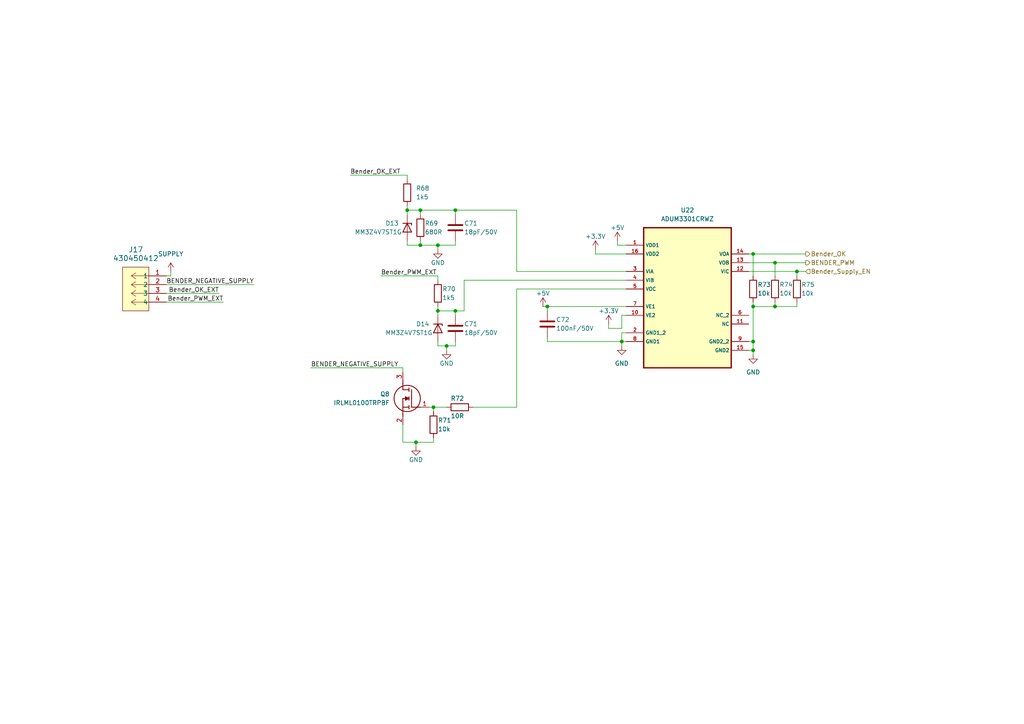
<source format=kicad_sch>
(kicad_sch (version 20230121) (generator eeschema)
  (paper "A4")
  (lib_symbols
    (symbol "43045-0412:430450412" (pin_names (offset 0.254))
      (property "Reference" "J" (at 8.89 6.35 0))
      (property "Value" "430450412" (at 7.62 -11.43 0))
      (symbol "430450412_1_1"
        (polyline (pts (xy 10.16 -7.62) (xy 5.08 -7.62)) (stroke (width 0.127)))
        (polyline (pts (xy 10.16 -7.62) (xy 8.89 -8.4667)) (stroke (width 0.127)))
        (polyline (pts (xy 10.16 -7.62) (xy 8.89 -6.7733)) (stroke (width 0.127)))
        (polyline (pts (xy 10.16 -5.08) (xy 5.08 -5.08)) (stroke (width 0.127)))
        (polyline (pts (xy 10.16 -5.08) (xy 8.89 -5.9267)) (stroke (width 0.127)))
        (polyline (pts (xy 10.16 -5.08) (xy 8.89 -4.2333)) (stroke (width 0.127)))
        (polyline (pts (xy 10.16 -2.54) (xy 5.08 -2.54)) (stroke (width 0.127)))
        (polyline (pts (xy 10.16 -2.54) (xy 8.89 -3.3867)) (stroke (width 0.127)))
        (polyline (pts (xy 10.16 -2.54) (xy 8.89 -1.6933)) (stroke (width 0.127)))
        (polyline (pts (xy 10.16 0) (xy 5.08 0)) (stroke (width 0.127)))
        (polyline (pts (xy 10.16 0) (xy 8.89 -0.8467)) (stroke (width 0.127)))
        (polyline (pts (xy 10.16 0) (xy 8.89 0.8467)) (stroke (width 0.127)))
        (rectangle (start 5.08 2.54) (end 12.7 -10.16) (fill (type background)))
        (pin unspecified line (at 0 0 0) (length 5.08) (name "1") (number "1"))
        (pin unspecified line (at 0 -2.54 0) (length 5.08) (name "2") (number "2"))
        (pin unspecified line (at 0 -5.08 0) (length 5.08) (name "3") (number "3"))
        (pin unspecified line (at 0 -7.62 0) (length 5.08) (name "4") (number "4"))
      )
      (symbol "430450412_1_2"
        (polyline (pts (xy 5.08 -10.16) (xy 12.7 -10.16)) (stroke (width 0.127)))
        (polyline (pts (xy 5.08 2.54) (xy 5.08 -10.16)) (stroke (width 0.127)))
        (polyline (pts (xy 7.62 -7.62) (xy 5.08 -7.62)) (stroke (width 0.127)))
        (polyline (pts (xy 7.62 -7.62) (xy 8.89 -8.4667)) (stroke (width 0.127)))
        (polyline (pts (xy 7.62 -7.62) (xy 8.89 -6.7733)) (stroke (width 0.127)))
        (polyline (pts (xy 7.62 -5.08) (xy 5.08 -5.08)) (stroke (width 0.127)))
        (polyline (pts (xy 7.62 -5.08) (xy 8.89 -5.9267)) (stroke (width 0.127)))
        (polyline (pts (xy 7.62 -5.08) (xy 8.89 -4.2333)) (stroke (width 0.127)))
        (polyline (pts (xy 7.62 -2.54) (xy 5.08 -2.54)) (stroke (width 0.127)))
        (polyline (pts (xy 7.62 -2.54) (xy 8.89 -3.3867)) (stroke (width 0.127)))
        (polyline (pts (xy 7.62 -2.54) (xy 8.89 -1.6933)) (stroke (width 0.127)))
        (polyline (pts (xy 7.62 0) (xy 5.08 0)) (stroke (width 0.127)))
        (polyline (pts (xy 7.62 0) (xy 8.89 -0.8467)) (stroke (width 0.127)))
        (polyline (pts (xy 7.62 0) (xy 8.89 0.8467)) (stroke (width 0.127)))
        (polyline (pts (xy 12.7 -10.16) (xy 12.7 2.54)) (stroke (width 0.127)))
        (polyline (pts (xy 12.7 2.54) (xy 5.08 2.54)) (stroke (width 0.127)))
        (pin unspecified line (at 0 0 0) (length 5.08) (name "1") (number "1"))
        (pin unspecified line (at 0 -2.54 0) (length 5.08) (name "2") (number "2"))
        (pin unspecified line (at 0 -5.08 0) (length 5.08) (name "3") (number "3"))
        (pin unspecified line (at 0 -7.62 0) (length 5.08) (name "4") (number "4"))
      )
    )
    (symbol "ADUM3300CRWZ:ADUM3301CRWZ"
      (property "Reference" "U" (at 0 19.05 0))
      (property "Value" "ADUM3300CRWZ" (at 0 -24.13 0))
      (symbol "ADUM3301CRWZ_0_0"
        (rectangle (start -12.7 17.78) (end 12.7 -22.86) (stroke (width 0.4064)) (fill (type background)))
        (pin passive line (at -17.78 12.7 0) (length 5.08) (name "VDD1") (number "1"))
        (pin passive line (at -17.78 -7.62 0) (length 5.08) (name "VE2") (number "10"))
        (pin passive line (at 17.78 -10.16 180) (length 5.08) (name "NC") (number "11"))
        (pin passive line (at 17.78 7.62 180) (length 5.08) (name "VOB") (number "13"))
        (pin passive line (at 17.78 10.16 180) (length 5.08) (name "VOA") (number "14"))
        (pin passive line (at 17.78 -17.78 180) (length 5.08) (name "GND2") (number "15"))
        (pin passive line (at -17.78 10.16 0) (length 5.08) (name "VDD2") (number "16"))
        (pin passive line (at -17.78 -12.7 0) (length 5.08) (name "GND1_2") (number "2"))
        (pin passive line (at -17.78 5.08 0) (length 5.08) (name "VIA") (number "3"))
        (pin passive line (at -17.78 2.54 0) (length 5.08) (name "VIB") (number "4"))
        (pin passive line (at 17.78 -7.62 180) (length 5.08) (name "NC_2") (number "6"))
        (pin passive line (at -17.78 -15.24 0) (length 5.08) (name "GND1") (number "8"))
        (pin passive line (at 17.78 -15.24 180) (length 5.08) (name "GND2_2") (number "9"))
      )
      (symbol "ADUM3301CRWZ_1_0"
        (pin passive line (at 17.78 5.08 180) (length 5.08) (name "VIC") (number "12"))
        (pin passive line (at -17.78 0 0) (length 5.08) (name "VOC") (number "5"))
        (pin passive line (at -17.78 -5.08 0) (length 5.08) (name "VE1") (number "7"))
      )
    )
    (symbol "Device:C" (pin_numbers hide) (pin_names (offset 0.254))
      (property "Reference" "C" (at 0.635 2.54 0))
      (property "Value" "C" (at 0.635 -2.54 0))
      (symbol "C_0_1"
        (polyline (pts (xy -2.032 -0.762) (xy 2.032 -0.762)) (stroke (width 0.508)))
        (polyline (pts (xy -2.032 0.762) (xy 2.032 0.762)) (stroke (width 0.508)))
      )
      (symbol "C_1_1"
        (pin passive line (at 0 3.81 270) (length 2.794) (name "~") (number "1"))
        (pin passive line (at 0 -3.81 90) (length 2.794) (name "~") (number "2"))
      )
    )
    (symbol "Device:D_Zener" (pin_numbers hide) (pin_names (offset 1.016) hide)
      (property "Reference" "D" (at 0 2.54 0))
      (property "Value" "D_Zener" (at 0 -2.54 0))
      (symbol "D_Zener_0_1"
        (polyline (pts (xy 1.27 0) (xy -1.27 0)))
        (polyline (pts (xy -1.27 -1.27) (xy -1.27 1.27) (xy -0.762 1.27)) (stroke (width 0.254)))
        (polyline (pts (xy 1.27 -1.27) (xy 1.27 1.27) (xy -1.27 0) (xy 1.27 -1.27)) (stroke (width 0.254)))
      )
      (symbol "D_Zener_1_1"
        (pin passive line (at -3.81 0 0) (length 2.54) (name "K") (number "1"))
        (pin passive line (at 3.81 0 180) (length 2.54) (name "A") (number "2"))
      )
    )
    (symbol "Device:R" (pin_numbers hide) (pin_names (offset 0))
      (property "Reference" "R" (at 2.032 0 90))
      (property "Value" "R" (at 0 0 90))
      (symbol "R_0_1"
        (rectangle (start -1.016 -2.54) (end 1.016 2.54) (stroke (width 0.254)))
      )
      (symbol "R_1_1"
        (pin passive line (at 0 3.81 270) (length 1.27) (name "~") (number "1"))
        (pin passive line (at 0 -3.81 90) (length 1.27) (name "~") (number "2"))
      )
    )
    (symbol "IRLML0100TRPBF:IRLML0100TRPBF" (pin_names hide)
      (property "Reference" "Q" (at 11.43 3.81 0))
      (property "Value" "IRLML0100TRPBF" (at 11.43 1.27 0))
      (symbol "IRLML0100TRPBF_1_1"
        (polyline (pts (xy 2.54 0) (xy 5.08 0)) (stroke (width 0.254)))
        (polyline (pts (xy 5.08 5.08) (xy 5.08 0)) (stroke (width 0.254)))
        (polyline (pts (xy 5.842 -0.508) (xy 5.842 0.508)) (stroke (width 0.254)))
        (polyline (pts (xy 5.842 0) (xy 7.62 0)) (stroke (width 0.254)))
        (polyline (pts (xy 5.842 2.032) (xy 5.842 3.048)) (stroke (width 0.254)))
        (polyline (pts (xy 5.842 5.588) (xy 5.842 4.572)) (stroke (width 0.254)))
        (polyline (pts (xy 7.62 2.54) (xy 5.842 2.54)) (stroke (width 0.254)))
        (polyline (pts (xy 7.62 2.54) (xy 7.62 -2.54)) (stroke (width 0.254)))
        (polyline (pts (xy 7.62 5.08) (xy 5.842 5.08)) (stroke (width 0.254)))
        (polyline (pts (xy 7.62 5.08) (xy 7.62 7.62)) (stroke (width 0.254)))
        (polyline (pts (xy 5.842 2.54) (xy 6.858 3.048) (xy 6.858 2.032) (xy 5.842 2.54)) (stroke (width 0.254)) (fill (type outline)))
        (circle (center 6.35 2.54) (radius 3.81) (stroke (width 0.254)))
        (pin passive line (at 0 0 0) (length 2.54) (name "G") (number "1"))
        (pin passive line (at 7.62 -5.08 90) (length 2.54) (name "S") (number "2"))
        (pin passive line (at 7.62 10.16 270) (length 2.54) (name "D") (number "3"))
      )
    )
    (symbol "bmsPower_Symbols:+3V3_0" (power) (in_bom no) (on_board no)
      (property "Value" "+3V3_0" (at 0 3.302 0))
      (symbol "+3V3_0_0_1"
        (polyline (pts (xy -0.762 1.27) (xy 0 2.54)))
        (polyline (pts (xy 0 0) (xy 0 2.54)))
        (polyline (pts (xy 0 2.54) (xy 0.762 1.27)))
      )
      (symbol "+3V3_0_1_1"
        (pin power_in line (at 0 0 90) (length 0) hide (name "+3.3V") (number "1"))
      )
    )
    (symbol "bmsPower_Symbols:GND_0" (power) (in_bom no) (on_board no)
      (property "Value" "GND_0" (at 0 -4.064 0))
      (symbol "GND_0_0_1"
        (polyline (pts (xy 0 0) (xy 0 -1.27) (xy 1.27 -1.27) (xy 0 -2.54) (xy -1.27 -1.27) (xy 0 -1.27)))
      )
      (symbol "GND_0_1_1"
        (pin power_in line (at 0 0 270) (length 0) hide (name "GND") (number "1"))
      )
    )
    (symbol "bmsPower_Symbols:GND_EXT_0" (power) (in_bom no) (on_board no)
      (property "Value" "GND_EXT_0" (at 0 -4.064 0))
      (symbol "GND_EXT_0_0_1"
        (polyline (pts (xy 0 0) (xy 0 -1.27) (xy 1.27 -1.27) (xy 0 -2.54) (xy -1.27 -1.27) (xy 0 -1.27)))
      )
      (symbol "GND_EXT_0_1_1"
        (pin power_in line (at 0 0 270) (length 0) hide (name "GND") (number "1"))
      )
    )
    (symbol "bmsPower_Symbols:SUPPLY_0" (power) (in_bom no) (on_board no)
      (property "Value" "SUPPLY_0" (at 0.254 3.302 0))
      (symbol "SUPPLY_0_0_1"
        (polyline (pts (xy -0.762 1.27) (xy 0 2.54)))
        (polyline (pts (xy 0 0) (xy 0 2.54)))
        (polyline (pts (xy 0 2.54) (xy 0.762 1.27)))
      )
      (symbol "SUPPLY_0_1_1"
        (pin power_in line (at 0 0 90) (length 0) hide (name "SUPPLY") (number "1"))
      )
    )
    (symbol "power:+5V" (power) (pin_names (offset 0))
      (property "Value" "+5V" (at 0 3.556 0))
      (symbol "+5V_0_1"
        (polyline (pts (xy -0.762 1.27) (xy 0 2.54)))
        (polyline (pts (xy 0 0) (xy 0 2.54)))
        (polyline (pts (xy 0 2.54) (xy 0.762 1.27)))
      )
      (symbol "+5V_1_1"
        (pin power_in line (at 0 0 90) (length 0) hide (name "+5V") (number "1"))
      )
    )
  )
  (junction (at 132.08 90.17))
  (junction (at 118.11 60.96))
  (junction (at 127 90.17))
  (junction (at 121.92 71.12))
  (junction (at 132.08 60.96))
  (junction (at 180.34 99.06))
  (junction (at 129.54 100.33))
  (junction (at 218.44 101.6))
  (junction (at 231.14 78.74))
  (junction (at 218.44 73.66))
  (junction (at 125.73 118.11))
  (junction (at 224.79 88.9))
  (junction (at 121.92 60.96))
  (junction (at 218.44 88.9))
  (junction (at 120.65 128.27))
  (junction (at 218.44 99.06))
  (junction (at 224.79 76.2))
  (junction (at 127 71.12))
  (junction (at 158.75 88.9))
  (wire (pts (xy 180.34 91.44) (xy 181.61 91.44)))
  (wire (pts (xy 218.44 88.9) (xy 218.44 99.06)))
  (wire (pts (xy 49.53 78.74) (xy 49.53 80.01)))
  (wire (pts (xy 127 90.17) (xy 132.08 90.17)))
  (wire (pts (xy 172.72 72.39) (xy 172.72 73.66)))
  (wire (pts (xy 132.08 99.06) (xy 132.08 100.33)))
  (wire (pts (xy 127 90.17) (xy 127 91.44)))
  (wire (pts (xy 125.73 127) (xy 125.73 128.27)))
  (wire (pts (xy 149.86 83.82) (xy 149.86 118.11)))
  (wire (pts (xy 48.26 87.63) (xy 64.77 87.63)))
  (wire (pts (xy 127 71.12) (xy 132.08 71.12)))
  (wire (pts (xy 101.6 50.8) (xy 118.11 50.8)))
  (wire (pts (xy 217.17 101.6) (xy 218.44 101.6)))
  (wire (pts (xy 127 100.33) (xy 129.54 100.33)))
  (wire (pts (xy 149.86 78.74) (xy 181.61 78.74)))
  (wire (pts (xy 49.53 80.01) (xy 48.26 80.01)))
  (wire (pts (xy 231.14 78.74) (xy 231.14 80.01)))
  (wire (pts (xy 224.79 88.9) (xy 231.14 88.9)))
  (wire (pts (xy 121.92 71.12) (xy 127 71.12)))
  (wire (pts (xy 90.17 106.68) (xy 116.84 106.68)))
  (wire (pts (xy 218.44 99.06) (xy 218.44 101.6)))
  (wire (pts (xy 217.17 73.66) (xy 218.44 73.66)))
  (wire (pts (xy 121.92 60.96) (xy 121.92 62.23)))
  (wire (pts (xy 180.34 96.52) (xy 180.34 99.06)))
  (wire (pts (xy 231.14 87.63) (xy 231.14 88.9)))
  (wire (pts (xy 134.62 81.28) (xy 181.61 81.28)))
  (wire (pts (xy 132.08 60.96) (xy 132.08 62.23)))
  (wire (pts (xy 129.54 101.6) (xy 129.54 100.33)))
  (wire (pts (xy 224.79 76.2) (xy 224.79 80.01)))
  (wire (pts (xy 125.73 118.11) (xy 125.73 119.38)))
  (wire (pts (xy 127 80.01) (xy 127 81.28)))
  (wire (pts (xy 121.92 60.96) (xy 132.08 60.96)))
  (wire (pts (xy 233.68 78.74) (xy 231.14 78.74)))
  (wire (pts (xy 132.08 90.17) (xy 132.08 91.44)))
  (wire (pts (xy 158.75 99.06) (xy 180.34 99.06)))
  (wire (pts (xy 179.07 69.85) (xy 179.07 71.12)))
  (wire (pts (xy 118.11 71.12) (xy 121.92 71.12)))
  (wire (pts (xy 180.34 91.44) (xy 180.34 95.25)))
  (wire (pts (xy 217.17 99.06) (xy 218.44 99.06)))
  (wire (pts (xy 218.44 88.9) (xy 224.79 88.9)))
  (wire (pts (xy 137.16 118.11) (xy 149.86 118.11)))
  (wire (pts (xy 127 72.39) (xy 127 71.12)))
  (wire (pts (xy 118.11 69.85) (xy 118.11 71.12)))
  (wire (pts (xy 124.46 118.11) (xy 125.73 118.11)))
  (wire (pts (xy 116.84 128.27) (xy 120.65 128.27)))
  (wire (pts (xy 149.86 60.96) (xy 149.86 78.74)))
  (wire (pts (xy 224.79 76.2) (xy 233.68 76.2)))
  (wire (pts (xy 127 88.9) (xy 127 90.17)))
  (wire (pts (xy 218.44 87.63) (xy 218.44 88.9)))
  (wire (pts (xy 217.17 76.2) (xy 224.79 76.2)))
  (wire (pts (xy 158.75 88.9) (xy 181.61 88.9)))
  (wire (pts (xy 218.44 101.6) (xy 218.44 102.87)))
  (wire (pts (xy 218.44 73.66) (xy 218.44 80.01)))
  (wire (pts (xy 48.26 85.09) (xy 63.5 85.09)))
  (wire (pts (xy 118.11 50.8) (xy 118.11 52.07)))
  (wire (pts (xy 180.34 96.52) (xy 181.61 96.52)))
  (wire (pts (xy 48.26 82.55) (xy 73.66 82.55)))
  (wire (pts (xy 157.48 88.9) (xy 158.75 88.9)))
  (wire (pts (xy 180.34 99.06) (xy 181.61 99.06)))
  (wire (pts (xy 132.08 90.17) (xy 134.62 90.17)))
  (wire (pts (xy 158.75 88.9) (xy 158.75 90.17)))
  (wire (pts (xy 121.92 69.85) (xy 121.92 71.12)))
  (wire (pts (xy 132.08 60.96) (xy 149.86 60.96)))
  (wire (pts (xy 218.44 73.66) (xy 233.68 73.66)))
  (wire (pts (xy 149.86 83.82) (xy 181.61 83.82)))
  (wire (pts (xy 118.11 60.96) (xy 118.11 62.23)))
  (wire (pts (xy 158.75 97.79) (xy 158.75 99.06)))
  (wire (pts (xy 118.11 60.96) (xy 121.92 60.96)))
  (wire (pts (xy 217.17 78.74) (xy 231.14 78.74)))
  (wire (pts (xy 224.79 87.63) (xy 224.79 88.9)))
  (wire (pts (xy 172.72 73.66) (xy 181.61 73.66)))
  (wire (pts (xy 132.08 69.85) (xy 132.08 71.12)))
  (wire (pts (xy 127 99.06) (xy 127 100.33)))
  (wire (pts (xy 176.53 95.25) (xy 176.53 93.98)))
  (wire (pts (xy 129.54 100.33) (xy 132.08 100.33)))
  (wire (pts (xy 134.62 81.28) (xy 134.62 90.17)))
  (wire (pts (xy 120.65 128.27) (xy 125.73 128.27)))
  (wire (pts (xy 116.84 106.68) (xy 116.84 107.95)))
  (wire (pts (xy 179.07 71.12) (xy 181.61 71.12)))
  (wire (pts (xy 110.49 80.01) (xy 127 80.01)))
  (wire (pts (xy 116.84 123.19) (xy 116.84 128.27)))
  (wire (pts (xy 180.34 99.06) (xy 180.34 100.33)))
  (wire (pts (xy 118.11 59.69) (xy 118.11 60.96)))
  (wire (pts (xy 176.53 95.25) (xy 180.34 95.25)))
  (wire (pts (xy 120.65 129.54) (xy 120.65 128.27)))
  (wire (pts (xy 125.73 118.11) (xy 129.54 118.11)))
  (label "BENDER_NEGATIVE_SUPPLY" (at 73.66 82.55 180))
  (label "Bender_PWM_EXT" (at 110.49 80.01 0))
  (label "Bender_PWM_EXT" (at 64.77 87.63 180))
  (label "Bender_OK_EXT" (at 101.6 50.8 0))
  (label "Bender_OK_EXT" (at 63.5 85.09 180))
  (label "BENDER_NEGATIVE_SUPPLY" (at 90.17 106.68 0))
  (hierarchical_label "Bender_Supply_EN" (shape input) (at 233.68 78.74 0))
  (hierarchical_label "BENDER_PWM" (shape output) (at 233.68 76.2 0))
  (hierarchical_label "Bender_OK" (shape output) (at 233.68 73.66 0))
  (symbol (lib_id "Device:R") (at 121.92 66.04 0) (unit 1)
    (property "Reference" "R69" (at 123.19 64.77 0) (effects (justify left)))
    (property "Value" "680R" (at 123.19 67.31 0) (effects (justify left)))
    (property "Footprint" "Resistor_SMD:R_0603_1608Metric" (effects hide))
  )
  (symbol (lib_id "Device:R") (at 127 85.09 0) (unit 1)
    (property "Reference" "R70" (at 128.27 83.82 0) (effects (justify left)))
    (property "Value" "1k5" (at 128.27 86.36 0) (effects (justify left)))
    (property "Footprint" "Resistor_SMD:R_0603_1608Metric" (effects hide))
  )
  (symbol (lib_id "Device:C") (at 158.75 93.98 0) (unit 1)
    (property "Reference" "C72" (at 161.29 92.71 0) (effects (justify left)))
    (property "Value" "100nF/50V" (at 161.29 95.25 0) (effects (justify left)))
    (property "Footprint" "Capacitor_SMD:C_0603_1608Metric" (effects hide))
    (instances (project "BMS-Master" (path "" (reference "C72") (unit 1)) (path "" (reference "C80") (unit 1))))
  )
  (symbol (lib_id "bmsPower_Symbols:SUPPLY_0") (at 49.53 78.74 0) (unit 1) (in_bom no) (on_board no)
    (property "Reference" "#PWR0191" (effects hide))
    (property "Value" "SUPPLY_0" (at 49.53 73.66 0))
  )
  (symbol (lib_id "Device:R") (at 231.14 83.82 0) (unit 1)
    (property "Reference" "R75" (at 232.41 82.55 0) (effects (justify left)))
    (property "Value" "10k" (at 232.41 85.09 0) (effects (justify left)))
    (property "Footprint" "Resistor_SMD:R_0603_1608Metric" (effects hide))
  )
  (symbol (lib_id "ADUM3300CRWZ:ADUM3301CRWZ") (at 199.39 83.82 0) (unit 1)
    (property "Reference" "U22" (at 199.39 60.96 0))
    (property "Value" "ADUM3301CRWZ" (at 199.39 63.5 0))
    (property "Footprint" "ADUM3300CRWZ:SOIC127P1032X265-16N" (effects hide))
    (property "Datasheet" "https://www.analog.com/media/en/technical-documentation/data-sheets/ADUM3300_3301.pdf" (effects hide))
  )
  (symbol (lib_id "Device:C") (at 132.08 95.25 0) (unit 1)
    (property "Reference" "C71" (at 134.62 93.98 0) (effects (justify left)))
    (property "Value" "18pF/50V" (at 134.62 96.52 0) (effects (justify left)))
    (property "Footprint" "Capacitor_SMD:C_0603_1608Metric" (effects hide))
    (instances (project "BMS-Master" (path "" (reference "C71") (unit 1)) (path "" (reference "C79") (unit 1))))
  )
  (symbol (lib_id "bmsPower_Symbols:GND_EXT_0") (at 120.65 129.54 0) (unit 1) (in_bom no) (on_board no)
    (property "Reference" "#PWR0139" (effects hide))
    (property "Value" "GND_EXT_0" (at 120.65 133.35 0))
  )
  (symbol (lib_id "bmsPower_Symbols:GND_EXT_0") (at 180.34 100.33 0) (unit 1) (in_bom no) (on_board no)
    (property "Reference" "#PWR0141" (effects hide))
    (property "Value" "GND_EXT_0" (at 180.34 105.41 0))
  )
  (symbol (lib_id "power:+5V") (at 157.48 88.9 0) (unit 1)
    (property "Reference" "#PWR052" (effects hide))
    (property "Value" "+5V" (at 157.48 85.09 0))
    (instances (project "BMS-Master" (path "" (reference "#PWR052") (unit 1)) (path "" (reference "#PWR0136") (unit 1))))
  )
  (symbol (lib_id "bmsPower_Symbols:GND_EXT_0") (at 129.54 101.6 0) (unit 1) (in_bom no) (on_board no)
    (property "Reference" "#PWR0138" (effects hide))
    (property "Value" "GND_EXT_0" (at 129.54 105.41 0))
  )
  (symbol (lib_id "Device:D_Zener") (at 118.11 66.04 270) (unit 1)
    (property "Reference" "D13" (at 111.76 64.77 90) (effects (justify left)))
    (property "Value" "MM3Z4V7ST1G" (at 102.87 67.31 90) (effects (justify left)))
    (property "Footprint" "Diode_SMD:D_SOD-323_HandSoldering" (effects hide))
  )
  (symbol (lib_id "Device:R") (at 224.79 83.82 0) (unit 1)
    (property "Reference" "R74" (at 226.06 82.55 0) (effects (justify left)))
    (property "Value" "10k" (at 226.06 85.09 0) (effects (justify left)))
    (property "Footprint" "Resistor_SMD:R_0603_1608Metric" (effects hide))
  )
  (symbol (lib_id "power:+5V") (at 179.07 69.85 0) (unit 1)
    (property "Reference" "#PWR052" (effects hide))
    (property "Value" "+5V" (at 179.07 66.04 0))
    (instances (project "BMS-Master" (path "" (reference "#PWR052") (unit 1)) (path "" (reference "#PWR0135") (unit 1))))
  )
  (symbol (lib_id "Device:R") (at 218.44 83.82 0) (unit 1)
    (property "Reference" "R73" (at 219.71 82.55 0) (effects (justify left)))
    (property "Value" "10k" (at 219.71 85.09 0) (effects (justify left)))
    (property "Footprint" "Resistor_SMD:R_0603_1608Metric" (effects hide))
  )
  (symbol (lib_id "Device:R") (at 133.35 118.11 90) (unit 1)
    (property "Reference" "R72" (at 134.62 115.57 90) (effects (justify left)))
    (property "Value" "10R" (at 134.62 120.65 90) (effects (justify left)))
    (property "Footprint" "Resistor_SMD:R_0603_1608Metric" (effects hide))
  )
  (symbol (lib_id "IRLML0100TRPBF:IRLML0100TRPBF") (at 124.46 118.11 0) (mirror y) (unit 1)
    (property "Reference" "Q8" (at 113.03 114.3 0) (effects (justify left)))
    (property "Value" "IRLML0100TRPBF" (at 113.03 116.84 0) (effects (justify left)))
    (property "Footprint" "SOT95P237X112-3N" (effects hide))
    (property "Datasheet" "http://www.infineon.com/dgdl/irlml0100pbf.pdf?fileId=5546d462533600a4015356649d9225e8" (effects hide))
    (property "Height" "1.12" (effects hide))
    (property "Manufacturer_Name" "Infineon" (effects hide))
    (property "Manufacturer_Part_Number" "IRLML0100TRPBF" (effects hide))
    (property "Mouser Part Number" "942-IRLML0100TRPBF" (effects hide))
    (property "Mouser Price/Stock" "https://www.mouser.co.uk/ProductDetail/Infineon-Technologies/IRLML0100TRPBF?qs=9%252BKlkBgLFf11XyHQVo8PPw%3D%3D" (effects hide))
    (property "Arrow Part Number" "IRLML0100TRPBF" (effects hide))
    (property "Arrow Price/Stock" "https://www.arrow.com/en/products/irlml0100trpbf/infineon-technologies-ag?region=europe" (effects hide))
  )
  (symbol (lib_id "bmsPower_Symbols:GND_EXT_0") (at 127 72.39 0) (unit 1) (in_bom no) (on_board no)
    (property "Reference" "#PWR0137" (effects hide))
    (property "Value" "GND_EXT_0" (at 127 76.2 0))
  )
  (symbol (lib_id "Device:R") (at 125.73 123.19 0) (unit 1)
    (property "Reference" "R71" (at 127 121.92 0) (effects (justify left)))
    (property "Value" "10k" (at 127 124.46 0) (effects (justify left)))
    (property "Footprint" "Resistor_SMD:R_0603_1608Metric" (effects hide))
  )
  (symbol (lib_id "Device:D_Zener") (at 127 95.25 270) (unit 1)
    (property "Reference" "D14" (at 120.65 93.98 90) (effects (justify left)))
    (property "Value" "MM3Z4V7ST1G" (at 111.76 96.52 90) (effects (justify left)))
    (property "Footprint" "Diode_SMD:D_SOD-323_HandSoldering" (effects hide))
  )
  (symbol (lib_id "Device:C") (at 132.08 66.04 0) (unit 1)
    (property "Reference" "C71" (at 134.62 64.77 0) (effects (justify left)))
    (property "Value" "18pF/50V" (at 134.62 67.31 0) (effects (justify left)))
    (property "Footprint" "Capacitor_SMD:C_0603_1608Metric" (effects hide))
    (instances (project "BMS-Master" (path "" (reference "C71") (unit 1)) (path "" (reference "C78") (unit 1))))
  )
  (symbol (lib_id "43045-0412:430450412") (at 48.26 80.01 0) (mirror y) (unit 1)
    (property "Reference" "J17" (at 39.4017 72.39 0) (effects (font (size 1.524 1.524))))
    (property "Value" "430450412" (at 39.4017 74.93 0) (effects (font (size 1.524 1.524))))
    (property "Footprint" "CON_430450412_MOL" (effects hide))
    (property "Datasheet" "430450412" (effects hide))
  )
  (symbol (lib_id "bmsPower_Symbols:+3V3_0") (at 176.53 93.98 0) (unit 1) (in_bom no) (on_board no)
    (property "Reference" "#PWR0140" (effects hide))
    (property "Value" "+3V3_0" (at 176.53 90.17 0))
  )
  (symbol (lib_id "Device:R") (at 118.11 55.88 0) (unit 1)
    (property "Reference" "R68" (at 120.65 54.61 0) (effects (justify left)))
    (property "Value" "1k5" (at 120.65 57.15 0) (effects (justify left)))
    (property "Footprint" "Resistor_SMD:R_0603_1608Metric" (effects hide))
  )
  (symbol (lib_id "bmsPower_Symbols:GND_0") (at 218.44 102.87 0) (unit 1) (in_bom no) (on_board no)
    (property "Reference" "#PWR0142" (effects hide))
    (property "Value" "GND_0" (at 218.44 107.95 0))
  )
  (symbol (lib_id "bmsPower_Symbols:+3V3_0") (at 172.72 72.39 0) (unit 1) (in_bom no) (on_board no)
    (property "Reference" "#PWR0143" (effects hide))
    (property "Value" "+3V3_0" (at 172.72 68.58 0))
  )
)
</source>
